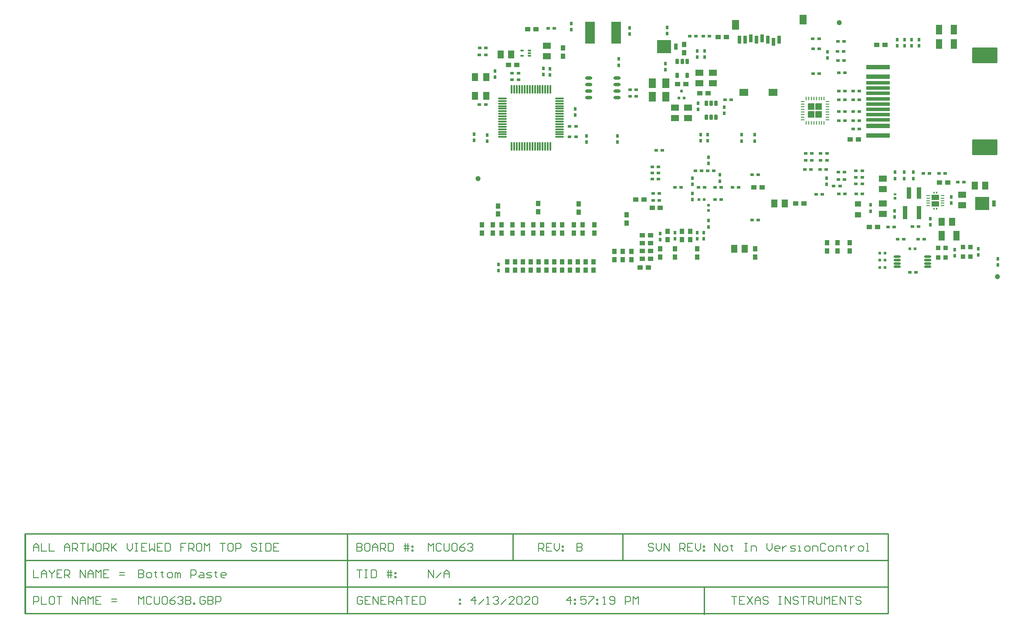
<source format=gbp>
G04*
G04 #@! TF.GenerationSoftware,Altium Limited,Altium Designer,18.1.9 (240)*
G04*
G04 Layer_Color=128*
%FSAX25Y25*%
%MOIN*%
G70*
G01*
G75*
%ADD15C,0.00800*%
%ADD17C,0.01000*%
G04:AMPARAMS|DCode=25|XSize=50mil|YSize=50mil|CornerRadius=2mil|HoleSize=0mil|Usage=FLASHONLY|Rotation=270.000|XOffset=0mil|YOffset=0mil|HoleType=Round|Shape=RoundedRectangle|*
%AMROUNDEDRECTD25*
21,1,0.05000,0.04600,0,0,270.0*
21,1,0.04600,0.05000,0,0,270.0*
1,1,0.00400,-0.02300,-0.02300*
1,1,0.00400,-0.02300,0.02300*
1,1,0.00400,0.02300,0.02300*
1,1,0.00400,0.02300,-0.02300*
%
%ADD25ROUNDEDRECTD25*%
%ADD26R,0.03740X0.03937*%
G04:AMPARAMS|DCode=28|XSize=31.89mil|YSize=181.1mil|CornerRadius=1.91mil|HoleSize=0mil|Usage=FLASHONLY|Rotation=270.000|XOffset=0mil|YOffset=0mil|HoleType=Round|Shape=RoundedRectangle|*
%AMROUNDEDRECTD28*
21,1,0.03189,0.17728,0,0,270.0*
21,1,0.02806,0.18110,0,0,270.0*
1,1,0.00383,-0.08864,-0.01403*
1,1,0.00383,-0.08864,0.01403*
1,1,0.00383,0.08864,0.01403*
1,1,0.00383,0.08864,-0.01403*
%
%ADD28ROUNDEDRECTD28*%
G04:AMPARAMS|DCode=29|XSize=24.02mil|YSize=181.1mil|CornerRadius=1.92mil|HoleSize=0mil|Usage=FLASHONLY|Rotation=90.000|XOffset=0mil|YOffset=0mil|HoleType=Round|Shape=RoundedRectangle|*
%AMROUNDEDRECTD29*
21,1,0.02402,0.17726,0,0,90.0*
21,1,0.02017,0.18110,0,0,90.0*
1,1,0.00384,0.08863,0.01009*
1,1,0.00384,0.08863,-0.01009*
1,1,0.00384,-0.08863,-0.01009*
1,1,0.00384,-0.08863,0.01009*
%
%ADD29ROUNDEDRECTD29*%
G04:AMPARAMS|DCode=30|XSize=118.11mil|YSize=192.91mil|CornerRadius=1.77mil|HoleSize=0mil|Usage=FLASHONLY|Rotation=270.000|XOffset=0mil|YOffset=0mil|HoleType=Round|Shape=RoundedRectangle|*
%AMROUNDEDRECTD30*
21,1,0.11811,0.18937,0,0,270.0*
21,1,0.11457,0.19291,0,0,270.0*
1,1,0.00354,-0.09469,-0.05728*
1,1,0.00354,-0.09469,0.05728*
1,1,0.00354,0.09469,0.05728*
1,1,0.00354,0.09469,-0.05728*
%
%ADD30ROUNDEDRECTD30*%
%ADD34R,0.04724X0.04331*%
G04:AMPARAMS|DCode=40|XSize=9.84mil|YSize=23.62mil|CornerRadius=1.97mil|HoleSize=0mil|Usage=FLASHONLY|Rotation=180.000|XOffset=0mil|YOffset=0mil|HoleType=Round|Shape=RoundedRectangle|*
%AMROUNDEDRECTD40*
21,1,0.00984,0.01968,0,0,180.0*
21,1,0.00591,0.02362,0,0,180.0*
1,1,0.00394,-0.00295,0.00984*
1,1,0.00394,0.00295,0.00984*
1,1,0.00394,0.00295,-0.00984*
1,1,0.00394,-0.00295,-0.00984*
%
%ADD40ROUNDEDRECTD40*%
G04:AMPARAMS|DCode=41|XSize=9.84mil|YSize=23.62mil|CornerRadius=1.97mil|HoleSize=0mil|Usage=FLASHONLY|Rotation=90.000|XOffset=0mil|YOffset=0mil|HoleType=Round|Shape=RoundedRectangle|*
%AMROUNDEDRECTD41*
21,1,0.00984,0.01968,0,0,90.0*
21,1,0.00591,0.02362,0,0,90.0*
1,1,0.00394,0.00984,0.00295*
1,1,0.00394,0.00984,-0.00295*
1,1,0.00394,-0.00984,-0.00295*
1,1,0.00394,-0.00984,0.00295*
%
%ADD41ROUNDEDRECTD41*%
%ADD42O,0.05512X0.01772*%
%ADD48C,0.03937*%
G04:AMPARAMS|DCode=53|XSize=23.62mil|YSize=39.37mil|CornerRadius=2.01mil|HoleSize=0mil|Usage=FLASHONLY|Rotation=180.000|XOffset=0mil|YOffset=0mil|HoleType=Round|Shape=RoundedRectangle|*
%AMROUNDEDRECTD53*
21,1,0.02362,0.03535,0,0,180.0*
21,1,0.01961,0.03937,0,0,180.0*
1,1,0.00402,-0.00980,0.01768*
1,1,0.00402,0.00980,0.01768*
1,1,0.00402,0.00980,-0.01768*
1,1,0.00402,-0.00980,-0.01768*
%
%ADD53ROUNDEDRECTD53*%
%ADD55O,0.05500X0.02362*%
%ADD56R,0.03937X0.03740*%
%ADD58R,0.03150X0.02362*%
%ADD59R,0.02362X0.03150*%
%ADD60R,0.06300X0.05000*%
G04:AMPARAMS|DCode=136|XSize=35.43mil|YSize=31.5mil|CornerRadius=1.89mil|HoleSize=0mil|Usage=FLASHONLY|Rotation=90.000|XOffset=0mil|YOffset=0mil|HoleType=Round|Shape=RoundedRectangle|*
%AMROUNDEDRECTD136*
21,1,0.03543,0.02772,0,0,90.0*
21,1,0.03165,0.03150,0,0,90.0*
1,1,0.00378,0.01386,0.01583*
1,1,0.00378,0.01386,-0.01583*
1,1,0.00378,-0.01386,-0.01583*
1,1,0.00378,-0.01386,0.01583*
%
%ADD136ROUNDEDRECTD136*%
%ADD137R,0.03347X0.09055*%
%ADD138R,0.01968X0.02362*%
%ADD139R,0.02362X0.02165*%
%ADD140R,0.03504X0.10000*%
%ADD141O,0.07087X0.01181*%
%ADD142O,0.01181X0.07087*%
%ADD143R,0.04921X0.06299*%
G04:AMPARAMS|DCode=144|XSize=11.81mil|YSize=26.38mil|CornerRadius=1.95mil|HoleSize=0mil|Usage=FLASHONLY|Rotation=90.000|XOffset=0mil|YOffset=0mil|HoleType=Round|Shape=RoundedRectangle|*
%AMROUNDEDRECTD144*
21,1,0.01181,0.02248,0,0,90.0*
21,1,0.00791,0.02638,0,0,90.0*
1,1,0.00390,0.01124,0.00396*
1,1,0.00390,0.01124,-0.00396*
1,1,0.00390,-0.01124,-0.00396*
1,1,0.00390,-0.01124,0.00396*
%
%ADD144ROUNDEDRECTD144*%
G04:AMPARAMS|DCode=145|XSize=23.62mil|YSize=9.45mil|CornerRadius=1.98mil|HoleSize=0mil|Usage=FLASHONLY|Rotation=180.000|XOffset=0mil|YOffset=0mil|HoleType=Round|Shape=RoundedRectangle|*
%AMROUNDEDRECTD145*
21,1,0.02362,0.00548,0,0,180.0*
21,1,0.01965,0.00945,0,0,180.0*
1,1,0.00397,-0.00983,0.00274*
1,1,0.00397,0.00983,0.00274*
1,1,0.00397,0.00983,-0.00274*
1,1,0.00397,-0.00983,-0.00274*
%
%ADD145ROUNDEDRECTD145*%
%ADD147R,0.01968X0.02362*%
%ADD148R,0.07087X0.05512*%
%ADD149R,0.05512X0.07480*%
%ADD150R,0.03150X0.05906*%
G04:AMPARAMS|DCode=151|XSize=70.87mil|YSize=55.12mil|CornerRadius=1.93mil|HoleSize=0mil|Usage=FLASHONLY|Rotation=90.000|XOffset=0mil|YOffset=0mil|HoleType=Round|Shape=RoundedRectangle|*
%AMROUNDEDRECTD151*
21,1,0.07087,0.05126,0,0,90.0*
21,1,0.06701,0.05512,0,0,90.0*
1,1,0.00386,0.02563,0.03350*
1,1,0.00386,0.02563,-0.03350*
1,1,0.00386,-0.02563,-0.03350*
1,1,0.00386,-0.02563,0.03350*
%
%ADD151ROUNDEDRECTD151*%
%ADD152R,0.07284X0.17165*%
%ADD153R,0.05118X0.07284*%
%ADD154R,0.02362X0.01968*%
%ADD155R,0.10500X0.10000*%
%ADD156R,0.03000X0.05000*%
%ADD157R,0.05000X0.06300*%
%ADD180R,0.01968X0.01772*%
G36*
X0363950Y0093353D02*
X0364005Y0093298D01*
X0364035Y0093225D01*
Y0093186D01*
Y0089407D01*
Y0089367D01*
X0364005Y0089295D01*
X0363950Y0089240D01*
X0363878Y0089210D01*
X0358287D01*
X0358215Y0089240D01*
X0358160Y0089295D01*
X0358130Y0089367D01*
Y0089407D01*
Y0093186D01*
Y0093225D01*
X0358160Y0093298D01*
X0358215Y0093353D01*
X0358287Y0093383D01*
X0363878D01*
X0363950Y0093353D01*
D02*
G37*
G36*
X0362474Y0088392D02*
X0362529Y0088337D01*
X0362559Y0088265D01*
Y0088226D01*
Y0087281D01*
Y0087242D01*
X0362529Y0087169D01*
X0362474Y0087114D01*
X0362401Y0087084D01*
X0361732D01*
X0361660Y0087114D01*
X0361605Y0087169D01*
X0361575Y0087242D01*
Y0087281D01*
Y0088226D01*
Y0088265D01*
X0361605Y0088337D01*
X0361660Y0088392D01*
X0361732Y0088422D01*
X0362401D01*
X0362474Y0088392D01*
D02*
G37*
G36*
X0360505D02*
X0360560Y0088337D01*
X0360590Y0088265D01*
Y0088226D01*
Y0087281D01*
Y0087242D01*
X0360560Y0087169D01*
X0360505Y0087114D01*
X0360433Y0087084D01*
X0359764D01*
X0359691Y0087114D01*
X0359636Y0087169D01*
X0359606Y0087242D01*
Y0087281D01*
Y0088226D01*
Y0088265D01*
X0359636Y0088337D01*
X0359691Y0088392D01*
X0359764Y0088422D01*
X0360433D01*
X0360505Y0088392D01*
D02*
G37*
G36*
X0362362Y0100470D02*
X0362401D01*
X0362474Y0100440D01*
X0362529Y0100384D01*
X0362559Y0100312D01*
Y0100273D01*
Y0099328D01*
Y0099289D01*
X0362529Y0099216D01*
X0362474Y0099161D01*
X0362401Y0099131D01*
X0361732D01*
X0361660Y0099161D01*
X0361605Y0099216D01*
X0361575Y0099289D01*
Y0099328D01*
Y0100273D01*
Y0100312D01*
X0361605Y0100384D01*
X0361660Y0100440D01*
X0361732Y0100470D01*
X0361771Y0100470D01*
X0362362D01*
Y0100470D01*
D02*
G37*
G36*
X0360394D02*
X0360433D01*
X0360505Y0100440D01*
X0360560Y0100384D01*
X0360590Y0100312D01*
Y0100273D01*
Y0099328D01*
Y0099289D01*
X0360560Y0099216D01*
X0360505Y0099161D01*
X0360433Y0099131D01*
X0359764D01*
X0359691Y0099161D01*
X0359636Y0099216D01*
X0359606Y0099289D01*
Y0099328D01*
Y0100273D01*
Y0100312D01*
X0359636Y0100384D01*
X0359691Y0100440D01*
X0359764Y0100470D01*
X0359803Y0100470D01*
X0360394D01*
Y0100470D01*
D02*
G37*
G36*
X0363950Y0098314D02*
X0364005Y0098258D01*
X0364035Y0098186D01*
Y0098147D01*
Y0094367D01*
Y0094328D01*
X0364005Y0094256D01*
X0363950Y0094200D01*
X0363878Y0094170D01*
X0358287D01*
X0358215Y0094200D01*
X0358160Y0094256D01*
X0358130Y0094328D01*
Y0094367D01*
Y0098147D01*
Y0098186D01*
X0358160Y0098258D01*
X0358215Y0098314D01*
X0358287Y0098344D01*
X0363878D01*
X0363950Y0098314D01*
D02*
G37*
G54D15*
X-0248386Y-0188580D02*
Y-0194578D01*
X-0245387D01*
X-0244388Y-0193578D01*
Y-0192579D01*
X-0245387Y-0191579D01*
X-0248386D01*
X-0245387D01*
X-0244388Y-0190579D01*
Y-0189579D01*
X-0245387Y-0188580D01*
X-0248386D01*
X-0241389Y-0194578D02*
X-0239389D01*
X-0238390Y-0193578D01*
Y-0191579D01*
X-0239389Y-0190579D01*
X-0241389D01*
X-0242388Y-0191579D01*
Y-0193578D01*
X-0241389Y-0194578D01*
X-0235391Y-0189579D02*
Y-0190579D01*
X-0236390D01*
X-0234391D01*
X-0235391D01*
Y-0193578D01*
X-0234391Y-0194578D01*
X-0230392Y-0189579D02*
Y-0190579D01*
X-0231392D01*
X-0229393D01*
X-0230392D01*
Y-0193578D01*
X-0229393Y-0194578D01*
X-0225394D02*
X-0223394D01*
X-0222395Y-0193578D01*
Y-0191579D01*
X-0223394Y-0190579D01*
X-0225394D01*
X-0226394Y-0191579D01*
Y-0193578D01*
X-0225394Y-0194578D01*
X-0220395D02*
Y-0190579D01*
X-0219396D01*
X-0218396Y-0191579D01*
Y-0194578D01*
Y-0191579D01*
X-0217396Y-0190579D01*
X-0216397Y-0191579D01*
Y-0194578D01*
X-0208399D02*
Y-0188580D01*
X-0205400D01*
X-0204401Y-0189579D01*
Y-0191579D01*
X-0205400Y-0192579D01*
X-0208399D01*
X-0201402Y-0190579D02*
X-0199402D01*
X-0198403Y-0191579D01*
Y-0194578D01*
X-0201402D01*
X-0202401Y-0193578D01*
X-0201402Y-0192579D01*
X-0198403D01*
X-0196403Y-0194578D02*
X-0193404D01*
X-0192404Y-0193578D01*
X-0193404Y-0192579D01*
X-0195404D01*
X-0196403Y-0191579D01*
X-0195404Y-0190579D01*
X-0192404D01*
X-0189406Y-0189579D02*
Y-0190579D01*
X-0190405D01*
X-0188406D01*
X-0189406D01*
Y-0193578D01*
X-0188406Y-0194578D01*
X-0182408D02*
X-0184407D01*
X-0185407Y-0193578D01*
Y-0191579D01*
X-0184407Y-0190579D01*
X-0182408D01*
X-0181408Y-0191579D01*
Y-0192579D01*
X-0185407D01*
X0192114Y-0174295D02*
Y-0168297D01*
X0196112Y-0174295D01*
Y-0168297D01*
X0199111Y-0174295D02*
X0201111D01*
X0202110Y-0173296D01*
Y-0171296D01*
X0201111Y-0170297D01*
X0199111D01*
X0198112Y-0171296D01*
Y-0173296D01*
X0199111Y-0174295D01*
X0205109Y-0169297D02*
Y-0170297D01*
X0204110D01*
X0206109D01*
X0205109D01*
Y-0173296D01*
X0206109Y-0174295D01*
X0215106Y-0168297D02*
X0217106D01*
X0216106D01*
Y-0174295D01*
X0215106D01*
X0217106D01*
X0220105D02*
Y-0170297D01*
X0223104D01*
X0224103Y-0171296D01*
Y-0174295D01*
X0232101Y-0168297D02*
Y-0172296D01*
X0234100Y-0174295D01*
X0236099Y-0172296D01*
Y-0168297D01*
X0241098Y-0174295D02*
X0239098D01*
X0238099Y-0173296D01*
Y-0171296D01*
X0239098Y-0170297D01*
X0241098D01*
X0242097Y-0171296D01*
Y-0172296D01*
X0238099D01*
X0244097Y-0170297D02*
Y-0174295D01*
Y-0172296D01*
X0245096Y-0171296D01*
X0246096Y-0170297D01*
X0247096D01*
X0250095Y-0174295D02*
X0253094D01*
X0254094Y-0173296D01*
X0253094Y-0172296D01*
X0251095D01*
X0250095Y-0171296D01*
X0251095Y-0170297D01*
X0254094D01*
X0256093Y-0174295D02*
X0258092D01*
X0257093D01*
Y-0170297D01*
X0256093D01*
X0262091Y-0174295D02*
X0264090D01*
X0265090Y-0173296D01*
Y-0171296D01*
X0264090Y-0170297D01*
X0262091D01*
X0261091Y-0171296D01*
Y-0173296D01*
X0262091Y-0174295D01*
X0267089D02*
Y-0170297D01*
X0270088D01*
X0271088Y-0171296D01*
Y-0174295D01*
X0277086Y-0169297D02*
X0276086Y-0168297D01*
X0274087D01*
X0273087Y-0169297D01*
Y-0173296D01*
X0274087Y-0174295D01*
X0276086D01*
X0277086Y-0173296D01*
X0280085Y-0174295D02*
X0282084D01*
X0283084Y-0173296D01*
Y-0171296D01*
X0282084Y-0170297D01*
X0280085D01*
X0279085Y-0171296D01*
Y-0173296D01*
X0280085Y-0174295D01*
X0285084D02*
Y-0170297D01*
X0288083D01*
X0289082Y-0171296D01*
Y-0174295D01*
X0292081Y-0169297D02*
Y-0170297D01*
X0291082D01*
X0293081D01*
X0292081D01*
Y-0173296D01*
X0293081Y-0174295D01*
X0296080Y-0170297D02*
Y-0174295D01*
Y-0172296D01*
X0297080Y-0171296D01*
X0298079Y-0170297D01*
X0299079D01*
X0303078Y-0174295D02*
X0305077D01*
X0306077Y-0173296D01*
Y-0171296D01*
X0305077Y-0170297D01*
X0303078D01*
X0302078Y-0171296D01*
Y-0173296D01*
X0303078Y-0174295D01*
X0308076D02*
X0310075D01*
X0309076D01*
Y-0168297D01*
X0308076D01*
X0145512Y-0169297D02*
X0144513Y-0168297D01*
X0142513D01*
X0141514Y-0169297D01*
Y-0170297D01*
X0142513Y-0171296D01*
X0144513D01*
X0145512Y-0172296D01*
Y-0173296D01*
X0144513Y-0174295D01*
X0142513D01*
X0141514Y-0173296D01*
X0147512Y-0168297D02*
Y-0172296D01*
X0149511Y-0174295D01*
X0151510Y-0172296D01*
Y-0168297D01*
X0153510Y-0174295D02*
Y-0168297D01*
X0157508Y-0174295D01*
Y-0168297D01*
X0165506Y-0174295D02*
Y-0168297D01*
X0168505D01*
X0169504Y-0169297D01*
Y-0171296D01*
X0168505Y-0172296D01*
X0165506D01*
X0167505D02*
X0169504Y-0174295D01*
X0175503Y-0168297D02*
X0171504D01*
Y-0174295D01*
X0175503D01*
X0171504Y-0171296D02*
X0173503D01*
X0177502Y-0168297D02*
Y-0172296D01*
X0179501Y-0174295D01*
X0181501Y-0172296D01*
Y-0168297D01*
X0183500Y-0170297D02*
X0184500D01*
Y-0171296D01*
X0183500D01*
Y-0170297D01*
Y-0173296D02*
X0184500D01*
Y-0174295D01*
X0183500D01*
Y-0173296D01*
X0057714Y-0174295D02*
Y-0168297D01*
X0060713D01*
X0061712Y-0169297D01*
Y-0171296D01*
X0060713Y-0172296D01*
X0057714D01*
X0059713D02*
X0061712Y-0174295D01*
X0067710Y-0168297D02*
X0063712D01*
Y-0174295D01*
X0067710D01*
X0063712Y-0171296D02*
X0065711D01*
X0069710Y-0168297D02*
Y-0172296D01*
X0071709Y-0174295D01*
X0073708Y-0172296D01*
Y-0168297D01*
X0075708Y-0170297D02*
X0076708D01*
Y-0171296D01*
X0075708D01*
Y-0170297D01*
Y-0173296D02*
X0076708D01*
Y-0174295D01*
X0075708D01*
Y-0173296D01*
X-0248386Y-0215162D02*
Y-0209164D01*
X-0246387Y-0211163D01*
X-0244388Y-0209164D01*
Y-0215162D01*
X-0238390Y-0210164D02*
X-0239389Y-0209164D01*
X-0241389D01*
X-0242388Y-0210164D01*
Y-0214162D01*
X-0241389Y-0215162D01*
X-0239389D01*
X-0238390Y-0214162D01*
X-0236390Y-0209164D02*
Y-0214162D01*
X-0235391Y-0215162D01*
X-0233391D01*
X-0232392Y-0214162D01*
Y-0209164D01*
X-0230392Y-0210164D02*
X-0229393Y-0209164D01*
X-0227393D01*
X-0226394Y-0210164D01*
Y-0214162D01*
X-0227393Y-0215162D01*
X-0229393D01*
X-0230392Y-0214162D01*
Y-0210164D01*
X-0220395Y-0209164D02*
X-0222395Y-0210164D01*
X-0224394Y-0212163D01*
Y-0214162D01*
X-0223394Y-0215162D01*
X-0221395D01*
X-0220395Y-0214162D01*
Y-0213163D01*
X-0221395Y-0212163D01*
X-0224394D01*
X-0218396Y-0210164D02*
X-0217396Y-0209164D01*
X-0215397D01*
X-0214397Y-0210164D01*
Y-0211163D01*
X-0215397Y-0212163D01*
X-0216397D01*
X-0215397D01*
X-0214397Y-0213163D01*
Y-0214162D01*
X-0215397Y-0215162D01*
X-0217396D01*
X-0218396Y-0214162D01*
X-0212398Y-0209164D02*
Y-0215162D01*
X-0209399D01*
X-0208399Y-0214162D01*
Y-0213163D01*
X-0209399Y-0212163D01*
X-0212398D01*
X-0209399D01*
X-0208399Y-0211163D01*
Y-0210164D01*
X-0209399Y-0209164D01*
X-0212398D01*
X-0206400Y-0215162D02*
Y-0214162D01*
X-0205400D01*
Y-0215162D01*
X-0206400D01*
X-0197403Y-0210164D02*
X-0198403Y-0209164D01*
X-0200402D01*
X-0201402Y-0210164D01*
Y-0214162D01*
X-0200402Y-0215162D01*
X-0198403D01*
X-0197403Y-0214162D01*
Y-0212163D01*
X-0199402D01*
X-0195404Y-0209164D02*
Y-0215162D01*
X-0192404D01*
X-0191405Y-0214162D01*
Y-0213163D01*
X-0192404Y-0212163D01*
X-0195404D01*
X-0192404D01*
X-0191405Y-0211163D01*
Y-0210164D01*
X-0192404Y-0209164D01*
X-0195404D01*
X-0189406Y-0215162D02*
Y-0209164D01*
X-0186406D01*
X-0185407Y-0210164D01*
Y-0212163D01*
X-0186406Y-0213163D01*
X-0189406D01*
X0008863Y-0215162D02*
Y-0209164D01*
X0005864Y-0212163D01*
X0009862D01*
X0011862Y-0215162D02*
X0015860Y-0211163D01*
X0017860Y-0215162D02*
X0019859D01*
X0018859D01*
Y-0209164D01*
X0017860Y-0210164D01*
X0022858D02*
X0023858Y-0209164D01*
X0025857D01*
X0026857Y-0210164D01*
Y-0211163D01*
X0025857Y-0212163D01*
X0024858D01*
X0025857D01*
X0026857Y-0213163D01*
Y-0214162D01*
X0025857Y-0215162D01*
X0023858D01*
X0022858Y-0214162D01*
X0028856Y-0215162D02*
X0032855Y-0211163D01*
X0038853Y-0215162D02*
X0034854D01*
X0038853Y-0211163D01*
Y-0210164D01*
X0037853Y-0209164D01*
X0035854D01*
X0034854Y-0210164D01*
X0040852D02*
X0041852Y-0209164D01*
X0043851D01*
X0044851Y-0210164D01*
Y-0214162D01*
X0043851Y-0215162D01*
X0041852D01*
X0040852Y-0214162D01*
Y-0210164D01*
X0050849Y-0215162D02*
X0046850D01*
X0050849Y-0211163D01*
Y-0210164D01*
X0049849Y-0209164D01*
X0047850D01*
X0046850Y-0210164D01*
X0052848D02*
X0053848Y-0209164D01*
X0055847D01*
X0056847Y-0210164D01*
Y-0214162D01*
X0055847Y-0215162D01*
X0053848D01*
X0052848Y-0214162D01*
Y-0210164D01*
X-0077088D02*
X-0078087Y-0209164D01*
X-0080087D01*
X-0081086Y-0210164D01*
Y-0214162D01*
X-0080087Y-0215162D01*
X-0078087D01*
X-0077088Y-0214162D01*
Y-0212163D01*
X-0079087D01*
X-0071090Y-0209164D02*
X-0075088D01*
Y-0215162D01*
X-0071090D01*
X-0075088Y-0212163D02*
X-0073089D01*
X-0069090Y-0215162D02*
Y-0209164D01*
X-0065092Y-0215162D01*
Y-0209164D01*
X-0059093D02*
X-0063092D01*
Y-0215162D01*
X-0059093D01*
X-0063092Y-0212163D02*
X-0061093D01*
X-0057094Y-0215162D02*
Y-0209164D01*
X-0054095D01*
X-0053096Y-0210164D01*
Y-0212163D01*
X-0054095Y-0213163D01*
X-0057094D01*
X-0055095D02*
X-0053096Y-0215162D01*
X-0051096D02*
Y-0211163D01*
X-0049097Y-0209164D01*
X-0047097Y-0211163D01*
Y-0215162D01*
Y-0212163D01*
X-0051096D01*
X-0045098Y-0209164D02*
X-0041099D01*
X-0043099D01*
Y-0215162D01*
X-0035101Y-0209164D02*
X-0039100D01*
Y-0215162D01*
X-0035101D01*
X-0039100Y-0212163D02*
X-0037101D01*
X-0033102Y-0209164D02*
Y-0215162D01*
X-0030103D01*
X-0029103Y-0214162D01*
Y-0210164D01*
X-0030103Y-0209164D01*
X-0033102D01*
X-0003112Y-0211163D02*
X-0002112D01*
Y-0212163D01*
X-0003112D01*
Y-0211163D01*
Y-0214162D02*
X-0002112D01*
Y-0215162D01*
X-0003112D01*
Y-0214162D01*
X-0328936Y-0174295D02*
Y-0170297D01*
X-0326937Y-0168297D01*
X-0324938Y-0170297D01*
Y-0174295D01*
Y-0171296D01*
X-0328936D01*
X-0322938Y-0168297D02*
Y-0174295D01*
X-0318940D01*
X-0316940Y-0168297D02*
Y-0174295D01*
X-0312942D01*
X-0304944D02*
Y-0170297D01*
X-0302945Y-0168297D01*
X-0300945Y-0170297D01*
Y-0174295D01*
Y-0171296D01*
X-0304944D01*
X-0298946Y-0174295D02*
Y-0168297D01*
X-0295947D01*
X-0294947Y-0169297D01*
Y-0171296D01*
X-0295947Y-0172296D01*
X-0298946D01*
X-0296947D02*
X-0294947Y-0174295D01*
X-0292948Y-0168297D02*
X-0288949D01*
X-0290949D01*
Y-0174295D01*
X-0286950Y-0168297D02*
Y-0174295D01*
X-0284951Y-0172296D01*
X-0282951Y-0174295D01*
Y-0168297D01*
X-0277953D02*
X-0279952D01*
X-0280952Y-0169297D01*
Y-0173296D01*
X-0279952Y-0174295D01*
X-0277953D01*
X-0276953Y-0173296D01*
Y-0169297D01*
X-0277953Y-0168297D01*
X-0274954Y-0174295D02*
Y-0168297D01*
X-0271955D01*
X-0270955Y-0169297D01*
Y-0171296D01*
X-0271955Y-0172296D01*
X-0274954D01*
X-0272955D02*
X-0270955Y-0174295D01*
X-0268956Y-0168297D02*
Y-0174295D01*
Y-0172296D01*
X-0264957Y-0168297D01*
X-0267956Y-0171296D01*
X-0264957Y-0174295D01*
X-0256960Y-0168297D02*
Y-0172296D01*
X-0254960Y-0174295D01*
X-0252961Y-0172296D01*
Y-0168297D01*
X-0250962D02*
X-0248962D01*
X-0249962D01*
Y-0174295D01*
X-0250962D01*
X-0248962D01*
X-0241965Y-0168297D02*
X-0245963D01*
Y-0174295D01*
X-0241965D01*
X-0245963Y-0171296D02*
X-0243964D01*
X-0239965Y-0168297D02*
Y-0174295D01*
X-0237966Y-0172296D01*
X-0235966Y-0174295D01*
Y-0168297D01*
X-0229968D02*
X-0233967D01*
Y-0174295D01*
X-0229968D01*
X-0233967Y-0171296D02*
X-0231968D01*
X-0227969Y-0168297D02*
Y-0174295D01*
X-0224970D01*
X-0223970Y-0173296D01*
Y-0169297D01*
X-0224970Y-0168297D01*
X-0227969D01*
X-0211974D02*
X-0215973D01*
Y-0171296D01*
X-0213974D01*
X-0215973D01*
Y-0174295D01*
X-0209975D02*
Y-0168297D01*
X-0206976D01*
X-0205976Y-0169297D01*
Y-0171296D01*
X-0206976Y-0172296D01*
X-0209975D01*
X-0207976D02*
X-0205976Y-0174295D01*
X-0200978Y-0168297D02*
X-0202977D01*
X-0203977Y-0169297D01*
Y-0173296D01*
X-0202977Y-0174295D01*
X-0200978D01*
X-0199978Y-0173296D01*
Y-0169297D01*
X-0200978Y-0168297D01*
X-0197979Y-0174295D02*
Y-0168297D01*
X-0195979Y-0170297D01*
X-0193980Y-0168297D01*
Y-0174295D01*
X-0185983Y-0168297D02*
X-0181984D01*
X-0183983D01*
Y-0174295D01*
X-0176986Y-0168297D02*
X-0178985D01*
X-0179985Y-0169297D01*
Y-0173296D01*
X-0178985Y-0174295D01*
X-0176986D01*
X-0175986Y-0173296D01*
Y-0169297D01*
X-0176986Y-0168297D01*
X-0173986Y-0174295D02*
Y-0168297D01*
X-0170987D01*
X-0169988Y-0169297D01*
Y-0171296D01*
X-0170987Y-0172296D01*
X-0173986D01*
X-0157992Y-0169297D02*
X-0158991Y-0168297D01*
X-0160991D01*
X-0161990Y-0169297D01*
Y-0170297D01*
X-0160991Y-0171296D01*
X-0158991D01*
X-0157992Y-0172296D01*
Y-0173296D01*
X-0158991Y-0174295D01*
X-0160991D01*
X-0161990Y-0173296D01*
X-0155992Y-0168297D02*
X-0153993D01*
X-0154993D01*
Y-0174295D01*
X-0155992D01*
X-0153993D01*
X-0150994Y-0168297D02*
Y-0174295D01*
X-0147995D01*
X-0146995Y-0173296D01*
Y-0169297D01*
X-0147995Y-0168297D01*
X-0150994D01*
X-0140997D02*
X-0144996D01*
Y-0174295D01*
X-0140997D01*
X-0144996Y-0171296D02*
X-0142997D01*
X0086864Y-0168297D02*
Y-0174295D01*
X0089863D01*
X0090862Y-0173296D01*
Y-0172296D01*
X0089863Y-0171296D01*
X0086864D01*
X0089863D01*
X0090862Y-0170297D01*
Y-0169297D01*
X0089863Y-0168297D01*
X0086864D01*
X-0026736Y-0174295D02*
Y-0168297D01*
X-0024737Y-0170297D01*
X-0022738Y-0168297D01*
Y-0174295D01*
X-0016740Y-0169297D02*
X-0017739Y-0168297D01*
X-0019739D01*
X-0020738Y-0169297D01*
Y-0173296D01*
X-0019739Y-0174295D01*
X-0017739D01*
X-0016740Y-0173296D01*
X-0014740Y-0168297D02*
Y-0173296D01*
X-0013741Y-0174295D01*
X-0011741D01*
X-0010742Y-0173296D01*
Y-0168297D01*
X-0008742Y-0169297D02*
X-0007743Y-0168297D01*
X-0005743D01*
X-0004744Y-0169297D01*
Y-0173296D01*
X-0005743Y-0174295D01*
X-0007743D01*
X-0008742Y-0173296D01*
Y-0169297D01*
X0001255Y-0168297D02*
X-0000745Y-0169297D01*
X-0002744Y-0171296D01*
Y-0173296D01*
X-0001744Y-0174295D01*
X0000255D01*
X0001255Y-0173296D01*
Y-0172296D01*
X0000255Y-0171296D01*
X-0002744D01*
X0003254Y-0169297D02*
X0004254Y-0168297D01*
X0006253D01*
X0007253Y-0169297D01*
Y-0170297D01*
X0006253Y-0171296D01*
X0005253D01*
X0006253D01*
X0007253Y-0172296D01*
Y-0173296D01*
X0006253Y-0174295D01*
X0004254D01*
X0003254Y-0173296D01*
X-0081286Y-0168297D02*
Y-0174295D01*
X-0078287D01*
X-0077288Y-0173296D01*
Y-0172296D01*
X-0078287Y-0171296D01*
X-0081286D01*
X-0078287D01*
X-0077288Y-0170297D01*
Y-0169297D01*
X-0078287Y-0168297D01*
X-0081286D01*
X-0072289D02*
X-0074289D01*
X-0075288Y-0169297D01*
Y-0173296D01*
X-0074289Y-0174295D01*
X-0072289D01*
X-0071290Y-0173296D01*
Y-0169297D01*
X-0072289Y-0168297D01*
X-0069290Y-0174295D02*
Y-0170297D01*
X-0067291Y-0168297D01*
X-0065292Y-0170297D01*
Y-0174295D01*
Y-0171296D01*
X-0069290D01*
X-0063292Y-0174295D02*
Y-0168297D01*
X-0060293D01*
X-0059294Y-0169297D01*
Y-0171296D01*
X-0060293Y-0172296D01*
X-0063292D01*
X-0061293D02*
X-0059294Y-0174295D01*
X-0057294Y-0168297D02*
Y-0174295D01*
X-0054295D01*
X-0053295Y-0173296D01*
Y-0169297D01*
X-0054295Y-0168297D01*
X-0057294D01*
X-0044298Y-0174295D02*
Y-0168297D01*
X-0042299D02*
Y-0174295D01*
X-0045298Y-0170297D02*
X-0042299D01*
X-0041299D01*
X-0045298Y-0172296D02*
X-0041299D01*
X-0039300Y-0170297D02*
X-0038300D01*
Y-0171296D01*
X-0039300D01*
Y-0170297D01*
Y-0173296D02*
X-0038300D01*
Y-0174295D01*
X-0039300D01*
Y-0173296D01*
X-0328936Y-0188580D02*
Y-0194578D01*
X-0324938D01*
X-0322938D02*
Y-0190579D01*
X-0320939Y-0188580D01*
X-0318940Y-0190579D01*
Y-0194578D01*
Y-0191579D01*
X-0322938D01*
X-0316940Y-0188580D02*
Y-0189579D01*
X-0314941Y-0191579D01*
X-0312942Y-0189579D01*
Y-0188580D01*
X-0314941Y-0191579D02*
Y-0194578D01*
X-0306943Y-0188580D02*
X-0310942D01*
Y-0194578D01*
X-0306943D01*
X-0310942Y-0191579D02*
X-0308943D01*
X-0304944Y-0194578D02*
Y-0188580D01*
X-0301945D01*
X-0300945Y-0189579D01*
Y-0191579D01*
X-0301945Y-0192579D01*
X-0304944D01*
X-0302945D02*
X-0300945Y-0194578D01*
X-0292948D02*
Y-0188580D01*
X-0288949Y-0194578D01*
Y-0188580D01*
X-0286950Y-0194578D02*
Y-0190579D01*
X-0284951Y-0188580D01*
X-0282951Y-0190579D01*
Y-0194578D01*
Y-0191579D01*
X-0286950D01*
X-0280952Y-0194578D02*
Y-0188580D01*
X-0278953Y-0190579D01*
X-0276953Y-0188580D01*
Y-0194578D01*
X-0270955Y-0188580D02*
X-0274954D01*
Y-0194578D01*
X-0270955D01*
X-0274954Y-0191579D02*
X-0272955D01*
X-0262958Y-0192579D02*
X-0258959D01*
X-0262958Y-0190579D02*
X-0258959D01*
X-0328936Y-0215162D02*
Y-0209164D01*
X-0325937D01*
X-0324938Y-0210164D01*
Y-0212163D01*
X-0325937Y-0213163D01*
X-0328936D01*
X-0322938Y-0209164D02*
Y-0215162D01*
X-0318940D01*
X-0313941Y-0209164D02*
X-0315941D01*
X-0316940Y-0210164D01*
Y-0214162D01*
X-0315941Y-0215162D01*
X-0313941D01*
X-0312942Y-0214162D01*
Y-0210164D01*
X-0313941Y-0209164D01*
X-0310942D02*
X-0306943D01*
X-0308943D01*
Y-0215162D01*
X-0298946D02*
Y-0209164D01*
X-0294947Y-0215162D01*
Y-0209164D01*
X-0292948Y-0215162D02*
Y-0211163D01*
X-0290949Y-0209164D01*
X-0288949Y-0211163D01*
Y-0215162D01*
Y-0212163D01*
X-0292948D01*
X-0286950Y-0215162D02*
Y-0209164D01*
X-0284951Y-0211163D01*
X-0282951Y-0209164D01*
Y-0215162D01*
X-0276953Y-0209164D02*
X-0280952D01*
Y-0215162D01*
X-0276953D01*
X-0280952Y-0212163D02*
X-0278953D01*
X-0268956Y-0213163D02*
X-0264957D01*
X-0268956Y-0211163D02*
X-0264957D01*
X0081763Y-0215162D02*
Y-0209164D01*
X0078764Y-0212163D01*
X0082762D01*
X0084762Y-0211163D02*
X0085761D01*
Y-0212163D01*
X0084762D01*
Y-0211163D01*
Y-0214162D02*
X0085761D01*
Y-0215162D01*
X0084762D01*
Y-0214162D01*
X0093759Y-0209164D02*
X0089760D01*
Y-0212163D01*
X0091759Y-0211163D01*
X0092759D01*
X0093759Y-0212163D01*
Y-0214162D01*
X0092759Y-0215162D01*
X0090760D01*
X0089760Y-0214162D01*
X0095758Y-0209164D02*
X0099757D01*
Y-0210164D01*
X0095758Y-0214162D01*
Y-0215162D01*
X0101756Y-0211163D02*
X0102756D01*
Y-0212163D01*
X0101756D01*
Y-0211163D01*
Y-0214162D02*
X0102756D01*
Y-0215162D01*
X0101756D01*
Y-0214162D01*
X0106755Y-0215162D02*
X0108754D01*
X0107754D01*
Y-0209164D01*
X0106755Y-0210164D01*
X0111753Y-0214162D02*
X0112753Y-0215162D01*
X0114752D01*
X0115752Y-0214162D01*
Y-0210164D01*
X0114752Y-0209164D01*
X0112753D01*
X0111753Y-0210164D01*
Y-0211163D01*
X0112753Y-0212163D01*
X0115752D01*
X0123749Y-0215162D02*
Y-0209164D01*
X0126748D01*
X0127748Y-0210164D01*
Y-0212163D01*
X0126748Y-0213163D01*
X0123749D01*
X0129747Y-0215162D02*
Y-0209164D01*
X0131746Y-0211163D01*
X0133746Y-0209164D01*
Y-0215162D01*
X0205214Y-0209164D02*
X0209212D01*
X0207213D01*
Y-0215162D01*
X0215210Y-0209164D02*
X0211212D01*
Y-0215162D01*
X0215210D01*
X0211212Y-0212163D02*
X0213211D01*
X0217210Y-0209164D02*
X0221208Y-0215162D01*
Y-0209164D02*
X0217210Y-0215162D01*
X0223208D02*
Y-0211163D01*
X0225207Y-0209164D01*
X0227206Y-0211163D01*
Y-0215162D01*
Y-0212163D01*
X0223208D01*
X0233205Y-0210164D02*
X0232205Y-0209164D01*
X0230205D01*
X0229206Y-0210164D01*
Y-0211163D01*
X0230205Y-0212163D01*
X0232205D01*
X0233205Y-0213163D01*
Y-0214162D01*
X0232205Y-0215162D01*
X0230205D01*
X0229206Y-0214162D01*
X0241202Y-0209164D02*
X0243201D01*
X0242202D01*
Y-0215162D01*
X0241202D01*
X0243201D01*
X0246200D02*
Y-0209164D01*
X0250199Y-0215162D01*
Y-0209164D01*
X0256197Y-0210164D02*
X0255197Y-0209164D01*
X0253198D01*
X0252198Y-0210164D01*
Y-0211163D01*
X0253198Y-0212163D01*
X0255197D01*
X0256197Y-0213163D01*
Y-0214162D01*
X0255197Y-0215162D01*
X0253198D01*
X0252198Y-0214162D01*
X0258196Y-0209164D02*
X0262195D01*
X0260196D01*
Y-0215162D01*
X0264194D02*
Y-0209164D01*
X0267194D01*
X0268193Y-0210164D01*
Y-0212163D01*
X0267194Y-0213163D01*
X0264194D01*
X0266194D02*
X0268193Y-0215162D01*
X0270193Y-0209164D02*
Y-0214162D01*
X0271192Y-0215162D01*
X0273192D01*
X0274191Y-0214162D01*
Y-0209164D01*
X0276191Y-0215162D02*
Y-0209164D01*
X0278190Y-0211163D01*
X0280189Y-0209164D01*
Y-0215162D01*
X0286187Y-0209164D02*
X0282189D01*
Y-0215162D01*
X0286187D01*
X0282189Y-0212163D02*
X0284188D01*
X0288187Y-0215162D02*
Y-0209164D01*
X0292185Y-0215162D01*
Y-0209164D01*
X0294185D02*
X0298183D01*
X0296184D01*
Y-0215162D01*
X0304182Y-0210164D02*
X0303182Y-0209164D01*
X0301183D01*
X0300183Y-0210164D01*
Y-0211163D01*
X0301183Y-0212163D01*
X0303182D01*
X0304182Y-0213163D01*
Y-0214162D01*
X0303182Y-0215162D01*
X0301183D01*
X0300183Y-0214162D01*
X-0081286Y-0188630D02*
X-0077288D01*
X-0079287D01*
Y-0194629D01*
X-0075288Y-0188630D02*
X-0073289D01*
X-0074289D01*
Y-0194629D01*
X-0075288D01*
X-0073289D01*
X-0070290Y-0188630D02*
Y-0194629D01*
X-0067291D01*
X-0066291Y-0193629D01*
Y-0189630D01*
X-0067291Y-0188630D01*
X-0070290D01*
X-0057294Y-0194629D02*
Y-0188630D01*
X-0055295D02*
Y-0194629D01*
X-0058294Y-0190630D02*
X-0055295D01*
X-0054295D01*
X-0058294Y-0192629D02*
X-0054295D01*
X-0052296Y-0190630D02*
X-0051296D01*
Y-0191630D01*
X-0052296D01*
Y-0190630D01*
Y-0193629D02*
X-0051296D01*
Y-0194629D01*
X-0052296D01*
Y-0193629D01*
X-0026736Y-0194629D02*
Y-0188630D01*
X-0022738Y-0194629D01*
Y-0188630D01*
X-0020738Y-0194629D02*
X-0016740Y-0190630D01*
X-0014740Y-0194629D02*
Y-0190630D01*
X-0012741Y-0188630D01*
X-0010742Y-0190630D01*
Y-0194629D01*
Y-0191630D01*
X-0014740D01*
G54D17*
X0121914Y-0181412D02*
Y-0161079D01*
X0037914Y-0181412D02*
Y-0161079D01*
X-0335286Y-0181412D02*
X0324914D01*
X-0335286Y-0201745D02*
X0324714D01*
X-0335286Y-0222079D02*
X0065214D01*
X-0335236Y-0161079D02*
X0324914D01*
X-0335236Y-0222079D02*
Y-0161079D01*
Y-0222079D02*
X-0177686D01*
X-0335286D02*
Y-0161079D01*
X-0088786Y-0222079D02*
Y-0161079D01*
X0324914Y-0222079D02*
Y-0161079D01*
X0065214Y-0222079D02*
X0324914D01*
X0184114Y-0222729D02*
Y-0202445D01*
G54D25*
X0266213Y0159713D02*
D03*
Y0165500D02*
D03*
X0272001Y0159713D02*
D03*
Y0165500D02*
D03*
G54D26*
X0026494Y0089781D02*
D03*
Y0083482D02*
D03*
X0057221Y0091681D02*
D03*
Y0085382D02*
D03*
X0088221Y0091181D02*
D03*
Y0084882D02*
D03*
X0121992Y0048563D02*
D03*
Y0054862D02*
D03*
X0115492Y0048563D02*
D03*
Y0054862D02*
D03*
X0128492Y0054862D02*
D03*
Y0048563D02*
D03*
X0022721Y0075181D02*
D03*
Y0068882D02*
D03*
X0053721Y0075181D02*
D03*
Y0068882D02*
D03*
X0037721Y0075181D02*
D03*
Y0068882D02*
D03*
X0069221Y0075181D02*
D03*
Y0068882D02*
D03*
X0100221Y0075181D02*
D03*
Y0068882D02*
D03*
X0084721Y0075181D02*
D03*
Y0068882D02*
D03*
X0150709Y0056791D02*
D03*
Y0050492D02*
D03*
X0179055Y0056791D02*
D03*
Y0050492D02*
D03*
X0161732Y0056791D02*
D03*
Y0050492D02*
D03*
X0014221Y0075181D02*
D03*
Y0068882D02*
D03*
X0045721Y0075181D02*
D03*
Y0068882D02*
D03*
X0029221Y0075181D02*
D03*
Y0068882D02*
D03*
X0060221Y0075181D02*
D03*
Y0068882D02*
D03*
X0091221Y0075181D02*
D03*
Y0068882D02*
D03*
X0075721Y0075181D02*
D03*
Y0068882D02*
D03*
X0125001Y0083012D02*
D03*
Y0076712D02*
D03*
X0223150Y0056791D02*
D03*
Y0050492D02*
D03*
X0076250Y0210591D02*
D03*
Y0204292D02*
D03*
X0286371Y0061520D02*
D03*
Y0055221D02*
D03*
X0295501Y0061650D02*
D03*
Y0055350D02*
D03*
X0278131Y0061484D02*
D03*
Y0055185D02*
D03*
X0156221Y0070177D02*
D03*
Y0063878D02*
D03*
X0173544Y0070177D02*
D03*
Y0063878D02*
D03*
X0033642Y0040638D02*
D03*
Y0046937D02*
D03*
X0039642Y0040638D02*
D03*
Y0046937D02*
D03*
X0045642Y0040638D02*
D03*
Y0046937D02*
D03*
X0051642Y0040638D02*
D03*
Y0046937D02*
D03*
X0057642Y0040638D02*
D03*
Y0046937D02*
D03*
X0063642Y0040638D02*
D03*
Y0046937D02*
D03*
X0167244Y0070177D02*
D03*
Y0063878D02*
D03*
X0069642Y0040638D02*
D03*
Y0046937D02*
D03*
X0075642Y0040638D02*
D03*
Y0046937D02*
D03*
X0081642Y0040638D02*
D03*
Y0046937D02*
D03*
X0087642Y0040638D02*
D03*
Y0046937D02*
D03*
X0093642Y0040638D02*
D03*
Y0046937D02*
D03*
X0099642Y0040638D02*
D03*
Y0046937D02*
D03*
X0169001Y0213150D02*
D03*
Y0206850D02*
D03*
G54D28*
X0317283Y0143748D02*
D03*
Y0150992D02*
D03*
Y0188551D02*
D03*
Y0195796D02*
D03*
G54D29*
Y0163748D02*
D03*
Y0155717D02*
D03*
Y0159732D02*
D03*
Y0175795D02*
D03*
Y0179811D02*
D03*
Y0167764D02*
D03*
Y0171780D02*
D03*
Y0183827D02*
D03*
G54D30*
X0398740Y0134654D02*
D03*
Y0204890D02*
D03*
G54D34*
X0301792Y0083004D02*
D03*
Y0091272D02*
D03*
G54D40*
X0262217Y0153157D02*
D03*
X0266155D02*
D03*
X0264186D02*
D03*
X0262217Y0172055D02*
D03*
X0266155D02*
D03*
X0264186D02*
D03*
X0268123Y0153157D02*
D03*
X0272060D02*
D03*
X0270092D02*
D03*
X0275997D02*
D03*
X0274028D02*
D03*
X0270092Y0172055D02*
D03*
X0268123D02*
D03*
X0274028D02*
D03*
X0272060D02*
D03*
X0275997D02*
D03*
G54D41*
X0259658Y0155717D02*
D03*
Y0157685D02*
D03*
Y0159654D02*
D03*
Y0165559D02*
D03*
Y0161622D02*
D03*
Y0163591D02*
D03*
Y0167528D02*
D03*
Y0169496D02*
D03*
X0278556Y0155717D02*
D03*
Y0157685D02*
D03*
Y0159654D02*
D03*
Y0161622D02*
D03*
Y0163591D02*
D03*
Y0165559D02*
D03*
Y0167528D02*
D03*
Y0169496D02*
D03*
G54D42*
X0331887Y0045720D02*
D03*
Y0043161D02*
D03*
Y0048280D02*
D03*
Y0050839D02*
D03*
X0355115Y0043161D02*
D03*
Y0045720D02*
D03*
Y0048280D02*
D03*
Y0050839D02*
D03*
G54D48*
X0011221Y0110531D02*
D03*
X0287721Y0230031D02*
D03*
X0408400Y0035500D02*
D03*
G54D53*
X0185761Y0157587D02*
D03*
X0189501D02*
D03*
X0185761Y0168413D02*
D03*
X0189501D02*
D03*
X0193241Y0157587D02*
D03*
Y0168413D02*
D03*
X0163656Y0189587D02*
D03*
Y0200413D02*
D03*
X0167397D02*
D03*
X0171137Y0189587D02*
D03*
Y0200413D02*
D03*
G54D55*
X0095834Y0172737D02*
D03*
Y0177737D02*
D03*
Y0182737D02*
D03*
Y0187737D02*
D03*
X0117534Y0172737D02*
D03*
Y0177737D02*
D03*
Y0182737D02*
D03*
Y0187737D02*
D03*
G54D56*
X0135343Y0042712D02*
D03*
X0141642D02*
D03*
X0136843Y0067212D02*
D03*
X0143142D02*
D03*
X0131811Y0094586D02*
D03*
X0138110D02*
D03*
X0254351Y0091500D02*
D03*
X0260651D02*
D03*
X0222362Y0104035D02*
D03*
X0228662D02*
D03*
X0180851Y0176000D02*
D03*
X0187151D02*
D03*
X0049147Y0225102D02*
D03*
X0055446D02*
D03*
X0034566Y0197661D02*
D03*
X0040865D02*
D03*
X0136843Y0055212D02*
D03*
X0143142D02*
D03*
X0136843Y0049212D02*
D03*
X0143142D02*
D03*
X0136843Y0061212D02*
D03*
X0143142D02*
D03*
X0144410Y0088287D02*
D03*
X0150709D02*
D03*
X0364387Y0107671D02*
D03*
X0370687D02*
D03*
X0310642Y0073638D02*
D03*
X0316941D02*
D03*
X0194850Y0219000D02*
D03*
X0201150D02*
D03*
X0163851Y0183000D02*
D03*
X0170151D02*
D03*
X0316351Y0213000D02*
D03*
X0322651D02*
D03*
X0295851Y0140500D02*
D03*
X0302151D02*
D03*
G54D58*
X0341628Y0038860D02*
D03*
X0346352D02*
D03*
X0161732Y0104035D02*
D03*
X0166457D02*
D03*
X0173138Y0219500D02*
D03*
X0177862D02*
D03*
X0300359Y0116531D02*
D03*
X0305083D02*
D03*
X0261859Y0124531D02*
D03*
X0266583D02*
D03*
X0012446Y0210602D02*
D03*
X0017171D02*
D03*
X0351929Y0114638D02*
D03*
X0356654D02*
D03*
X0192441Y0094586D02*
D03*
X0197166D02*
D03*
X0177480Y0116634D02*
D03*
X0182205D02*
D03*
X0192441Y0104035D02*
D03*
X0197166D02*
D03*
X0179843D02*
D03*
X0184567D02*
D03*
X0144559Y0110334D02*
D03*
X0149284D02*
D03*
X0145197Y0099311D02*
D03*
X0149922D02*
D03*
X0220788Y0078838D02*
D03*
X0225512D02*
D03*
X0205827Y0104035D02*
D03*
X0210551D02*
D03*
X0147559Y0132382D02*
D03*
X0152284D02*
D03*
X0144559Y0119783D02*
D03*
X0149284D02*
D03*
X0186929Y0116634D02*
D03*
X0191654D02*
D03*
X0220788Y0113484D02*
D03*
X0225512D02*
D03*
X0144559Y0115059D02*
D03*
X0149284D02*
D03*
X0183638Y0219500D02*
D03*
X0188362D02*
D03*
X0287139Y0162000D02*
D03*
X0291863D02*
D03*
X0287277Y0155000D02*
D03*
X0292001D02*
D03*
X0287139Y0177500D02*
D03*
X0291863D02*
D03*
X0287139Y0171000D02*
D03*
X0291863D02*
D03*
X0286259Y0208000D02*
D03*
X0290983D02*
D03*
X0286458Y0201000D02*
D03*
X0291182D02*
D03*
X0286639Y0215500D02*
D03*
X0291363D02*
D03*
X0287139Y0191500D02*
D03*
X0291863D02*
D03*
X0287158Y0098931D02*
D03*
X0291883D02*
D03*
X0283359Y0105031D02*
D03*
X0288083D02*
D03*
X0286859Y0110031D02*
D03*
X0291583D02*
D03*
X0286859Y0115531D02*
D03*
X0291583D02*
D03*
X0261859Y0130031D02*
D03*
X0266583D02*
D03*
X0273358D02*
D03*
X0278083D02*
D03*
X0273358Y0124531D02*
D03*
X0278083D02*
D03*
X0300359Y0111531D02*
D03*
X0305083D02*
D03*
X0300359Y0106531D02*
D03*
X0305083D02*
D03*
X0300501Y0099000D02*
D03*
X0305225D02*
D03*
X0012354Y0167161D02*
D03*
X0017078D02*
D03*
X0037354Y0191161D02*
D03*
X0042078D02*
D03*
X0200139Y0171000D02*
D03*
X0204863D02*
D03*
X0127639Y0173500D02*
D03*
X0132363D02*
D03*
X0127639Y0178500D02*
D03*
X0132363D02*
D03*
X0347809Y0064350D02*
D03*
X0352533D02*
D03*
X0332309D02*
D03*
X0337033D02*
D03*
X0145197Y0093799D02*
D03*
X0149922D02*
D03*
X0363977Y0114638D02*
D03*
X0368701D02*
D03*
X0343429Y0074013D02*
D03*
X0348154D02*
D03*
X0324929Y0073638D02*
D03*
X0329654D02*
D03*
X0378170Y0107817D02*
D03*
X0382894D02*
D03*
X0298276Y0155000D02*
D03*
X0303001D02*
D03*
X0298139Y0162000D02*
D03*
X0302863D02*
D03*
X0298139Y0171000D02*
D03*
X0302863D02*
D03*
X0298276Y0177500D02*
D03*
X0303001D02*
D03*
X0298139Y0148500D02*
D03*
X0302863D02*
D03*
X0267623Y0209949D02*
D03*
X0272347D02*
D03*
X0267623Y0191051D02*
D03*
X0272347D02*
D03*
X0267358Y0217531D02*
D03*
X0272083D02*
D03*
X0269777Y0098500D02*
D03*
X0274501D02*
D03*
X0272777Y0117500D02*
D03*
X0277501D02*
D03*
X0261324Y0117555D02*
D03*
X0266048D02*
D03*
X0064981Y0225467D02*
D03*
X0069706D02*
D03*
X0081334Y0150677D02*
D03*
X0086058D02*
D03*
X0081354Y0142661D02*
D03*
X0086078D02*
D03*
X0012354Y0205161D02*
D03*
X0017078D02*
D03*
X0037354Y0186161D02*
D03*
X0042078D02*
D03*
G54D59*
X0408900Y0044638D02*
D03*
Y0049362D02*
D03*
X0222900Y0139438D02*
D03*
Y0144162D02*
D03*
X0348501Y0216862D02*
D03*
Y0212138D02*
D03*
X0199501Y0165362D02*
D03*
Y0160638D02*
D03*
X0373373Y0096680D02*
D03*
Y0091955D02*
D03*
X0357292Y0075276D02*
D03*
Y0080001D02*
D03*
X0330292Y0110776D02*
D03*
Y0115501D02*
D03*
X0196378Y0108759D02*
D03*
Y0113484D02*
D03*
X0187717Y0122145D02*
D03*
Y0126870D02*
D03*
X0175118Y0094586D02*
D03*
Y0099311D02*
D03*
X0183780Y0069389D02*
D03*
Y0064665D02*
D03*
X0187717Y0078500D02*
D03*
Y0073776D02*
D03*
X0181501Y0139638D02*
D03*
Y0144362D02*
D03*
X0212914Y0139438D02*
D03*
Y0144162D02*
D03*
X0175118Y0111122D02*
D03*
Y0106397D02*
D03*
X0187001Y0144362D02*
D03*
Y0139638D02*
D03*
X0332001Y0216862D02*
D03*
Y0212138D02*
D03*
X0337501Y0216862D02*
D03*
Y0212138D02*
D03*
X0343001D02*
D03*
Y0216862D02*
D03*
X0024300Y0192962D02*
D03*
Y0188238D02*
D03*
X0082696Y0224515D02*
D03*
Y0229239D02*
D03*
X0127196Y0226039D02*
D03*
Y0221315D02*
D03*
X0118879Y0202138D02*
D03*
Y0197414D02*
D03*
X0094182Y0138669D02*
D03*
Y0143394D02*
D03*
X0117804Y0143394D02*
D03*
Y0138669D02*
D03*
X0027001Y0040138D02*
D03*
Y0044862D02*
D03*
X0179501Y0163638D02*
D03*
Y0168362D02*
D03*
X0376001Y0051638D02*
D03*
Y0056362D02*
D03*
X0394001Y0052138D02*
D03*
Y0056862D02*
D03*
X0150709Y0068602D02*
D03*
Y0063878D02*
D03*
X0179055Y0069389D02*
D03*
Y0064665D02*
D03*
X0161732Y0069389D02*
D03*
Y0064665D02*
D03*
X0329792Y0081276D02*
D03*
Y0086001D02*
D03*
X0311524Y0085776D02*
D03*
Y0090501D02*
D03*
X0337292Y0115500D02*
D03*
Y0110776D02*
D03*
X0344292Y0110776D02*
D03*
Y0115501D02*
D03*
X0179001Y0208362D02*
D03*
Y0203638D02*
D03*
X0184501Y0208362D02*
D03*
Y0203638D02*
D03*
X0154615Y0198524D02*
D03*
Y0193799D02*
D03*
X0278450Y0203059D02*
D03*
Y0207784D02*
D03*
X0278056Y0106335D02*
D03*
Y0111059D02*
D03*
X0066196Y0189815D02*
D03*
Y0194539D02*
D03*
X0008216Y0144523D02*
D03*
Y0139799D02*
D03*
X0018216Y0144023D02*
D03*
Y0139299D02*
D03*
X0061216Y0195023D02*
D03*
Y0190299D02*
D03*
X0156001Y0226362D02*
D03*
Y0221638D02*
D03*
X0085500Y0163862D02*
D03*
Y0159138D02*
D03*
G54D60*
X0172001Y0157000D02*
D03*
Y0165000D02*
D03*
X0320792Y0083638D02*
D03*
Y0091638D02*
D03*
X0381620Y0090317D02*
D03*
Y0098317D02*
D03*
X0320792Y0102638D02*
D03*
Y0110638D02*
D03*
X0063953Y0204206D02*
D03*
Y0212206D02*
D03*
X0180501Y0183500D02*
D03*
Y0191500D02*
D03*
X0162001Y0157000D02*
D03*
Y0165000D02*
D03*
X0191001Y0183500D02*
D03*
Y0191500D02*
D03*
G54D136*
X0382147Y0050858D02*
D03*
Y0058142D02*
D03*
X0387855Y0050858D02*
D03*
Y0058142D02*
D03*
X0363147Y0050358D02*
D03*
Y0057642D02*
D03*
X0368855Y0050358D02*
D03*
Y0057642D02*
D03*
G54D137*
X0340953Y0099616D02*
D03*
X0348630D02*
D03*
G54D138*
X0165032Y0172341D02*
D03*
X0167000Y0177459D02*
D03*
X0168968Y0172341D02*
D03*
G54D139*
X0330111Y0095564D02*
D03*
G54D140*
X0337898Y0084611D02*
D03*
X0348685D02*
D03*
G54D141*
X0029968Y0146437D02*
D03*
Y0148405D02*
D03*
Y0144468D02*
D03*
Y0142499D02*
D03*
Y0150373D02*
D03*
Y0152342D02*
D03*
Y0160216D02*
D03*
Y0162185D02*
D03*
Y0154311D02*
D03*
Y0158247D02*
D03*
Y0156279D02*
D03*
Y0170059D02*
D03*
Y0172027D02*
D03*
Y0164153D02*
D03*
Y0168090D02*
D03*
Y0166122D02*
D03*
X0073669Y0142499D02*
D03*
Y0144468D02*
D03*
Y0148405D02*
D03*
Y0146437D02*
D03*
Y0152342D02*
D03*
Y0150373D02*
D03*
Y0154311D02*
D03*
Y0162185D02*
D03*
Y0164153D02*
D03*
Y0156279D02*
D03*
Y0160216D02*
D03*
Y0158247D02*
D03*
Y0168090D02*
D03*
Y0166122D02*
D03*
Y0172027D02*
D03*
Y0170059D02*
D03*
G54D142*
X0037054Y0135413D02*
D03*
X0046897D02*
D03*
X0040991D02*
D03*
X0044928D02*
D03*
X0042960D02*
D03*
X0039023D02*
D03*
Y0179114D02*
D03*
X0037054D02*
D03*
X0044928D02*
D03*
X0040991D02*
D03*
X0042960D02*
D03*
X0050834Y0135413D02*
D03*
X0048865D02*
D03*
X0056739D02*
D03*
X0052802D02*
D03*
X0054771D02*
D03*
X0058708D02*
D03*
X0064613D02*
D03*
X0060676D02*
D03*
X0062645D02*
D03*
X0066582D02*
D03*
X0048865Y0179114D02*
D03*
X0046897D02*
D03*
X0050834D02*
D03*
X0052802D02*
D03*
X0056739D02*
D03*
X0054771D02*
D03*
X0062645D02*
D03*
X0058708D02*
D03*
X0060676D02*
D03*
X0064613D02*
D03*
X0066582D02*
D03*
G54D143*
X0008885Y0173877D02*
D03*
Y0188444D02*
D03*
X0017547Y0173877D02*
D03*
Y0188444D02*
D03*
G54D144*
X0044802Y0204693D02*
D03*
Y0208629D02*
D03*
X0050629Y0204693D02*
D03*
Y0206661D02*
D03*
Y0208629D02*
D03*
G54D145*
X0355571Y0089840D02*
D03*
Y0091808D02*
D03*
Y0095745D02*
D03*
Y0093777D02*
D03*
Y0097714D02*
D03*
X0366594Y0091808D02*
D03*
Y0089840D02*
D03*
Y0095745D02*
D03*
Y0093777D02*
D03*
Y0097714D02*
D03*
G54D147*
X0318532Y0048156D02*
D03*
X0322469D02*
D03*
X0187717Y0086319D02*
D03*
Y0090256D02*
D03*
X0341641Y0056980D02*
D03*
X0345579D02*
D03*
X0318564Y0053500D02*
D03*
X0322501D02*
D03*
X0318532Y0042500D02*
D03*
X0322469D02*
D03*
G54D148*
X0214500Y0176480D02*
D03*
X0236941D02*
D03*
G54D149*
X0208201Y0228252D02*
D03*
X0259973Y0232189D02*
D03*
G54D150*
X0211311Y0217031D02*
D03*
X0215642D02*
D03*
X0219973Y0217819D02*
D03*
X0224303Y0217031D02*
D03*
X0232965D02*
D03*
X0228634Y0217819D02*
D03*
X0237296Y0215456D02*
D03*
X0241626Y0217031D02*
D03*
G54D151*
X0144643Y0173280D02*
D03*
X0154879D02*
D03*
X0144643Y0183780D02*
D03*
X0154879D02*
D03*
G54D152*
X0096858Y0222263D02*
D03*
X0116779D02*
D03*
G54D153*
X0365792Y0067000D02*
D03*
X0377210D02*
D03*
X0363792Y0213500D02*
D03*
X0375210D02*
D03*
X0363792Y0224500D02*
D03*
X0375210D02*
D03*
G54D154*
X0180236Y0094586D02*
D03*
X0184174D02*
D03*
G54D155*
X0396771Y0091638D02*
D03*
X0153500Y0211700D02*
D03*
G54D156*
X0405971Y0091638D02*
D03*
X0162700Y0211700D02*
D03*
G54D157*
X0238001Y0091500D02*
D03*
X0246001D02*
D03*
X0207339Y0056791D02*
D03*
X0215339D02*
D03*
X0028716Y0205661D02*
D03*
X0036716D02*
D03*
X0391217Y0105290D02*
D03*
X0399217D02*
D03*
X0365792Y0077638D02*
D03*
X0373792D02*
D03*
G54D180*
X0330111Y0098713D02*
D03*
M02*

</source>
